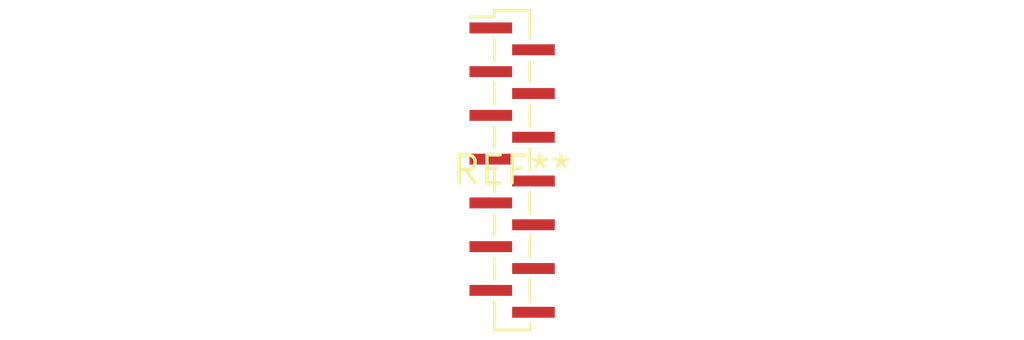
<source format=kicad_pcb>
(kicad_pcb (version 20240108) (generator pcbnew)
  (layers (0 "F.Cu" signal) (31 "B.Cu" signal) (34 "B.Paste" user) (35 "F.Paste" user) (36 "B.SilkS" user "B.Silkscreen") (37 "F.SilkS" user "F.Silkscreen") (38 "B.Mask" user) (39 "F.Mask" user) (44 "Edge.Cuts" user))
  (net 0 "")
  (footprint "PinSocket_1x14_P1.00mm_Vertical_SMD_Pin1Left" (layer "F.Cu") (at 0 0)
    (property "Reference" "REF**")
    (property "Value" "PinSocket_1x14_P1.00mm_Vertical_SMD_Pin1Left")
    (fp_line (start -1.89 -7.01) (end -0.81 -7.01) (layer "F.SilkS") (stroke (width 0.12)))
    (fp_line (start -0.81 -7.31) (end -0.81 -7.01) (layer "F.SilkS") (stroke (width 0.12)))
    (fp_line (start -0.81 -7.31) (end 0.81 -7.31) (layer "F.SilkS") (stroke (width 0.12)))
    (fp_line (start -0.81 -5.99) (end -0.81 -5.01) (layer "F.SilkS") (stroke (width 0.12)))
    (fp_line (start -0.81 -3.99) (end -0.81 -3.01) (layer "F.SilkS") (stroke (width 0.12)))
    (fp_line (start -0.81 -1.99) (end -0.81 -1.01) (layer "F.SilkS") (stroke (width 0.12)))
    (fp_line (start -0.81 0.01) (end -0.81 0.99) (layer "F.SilkS") (stroke (width 0.12)))
    (fp_line (start -0.81 2.01) (end -0.81 2.99) (layer "F.SilkS") (stroke (width 0.12)))
    (fp_line (start -0.81 4.01) (end -0.81 4.99) (layer "F.SilkS") (stroke (width 0.12)))
    (fp_line (start -0.81 6.01) (end -0.81 7.31) (layer "F.SilkS") (stroke (width 0.12)))
    (fp_line (start -0.81 7.31) (end 0.81 7.31) (layer "F.SilkS") (stroke (width 0.12)))
    (fp_line (start 0.81 -7.31) (end 0.81 -6.01) (layer "F.SilkS") (stroke (width 0.12)))
    (fp_line (start 0.81 -4.99) (end 0.81 -4.01) (layer "F.SilkS") (stroke (width 0.12)))
    (fp_line (start 0.81 -2.99) (end 0.81 -2.01) (layer "F.SilkS") (stroke (width 0.12)))
    (fp_line (start 0.81 -0.99) (end 0.81 -0.01) (layer "F.SilkS") (stroke (width 0.12)))
    (fp_line (start 0.81 1.01) (end 0.81 1.99) (layer "F.SilkS") (stroke (width 0.12)))
    (fp_line (start 0.81 3.01) (end 0.81 3.99) (layer "F.SilkS") (stroke (width 0.12)))
    (fp_line (start 0.81 5.01) (end 0.81 5.99) (layer "F.SilkS") (stroke (width 0.12)))
    (fp_line (start 0.81 7.01) (end 0.81 7.31) (layer "F.SilkS") (stroke (width 0.12)))
    (pad "1" smd rect (at -0.975 -6.5) (size 1.95 0.5) (layers "F.Cu" "F.Paste" "F.Mask"))
    (pad "2" smd rect (at 0.975 -5.5) (size 1.95 0.5) (layers "F.Cu" "F.Paste" "F.Mask"))
    (pad "3" smd rect (at -0.975 -4.5) (size 1.95 0.5) (layers "F.Cu" "F.Paste" "F.Mask"))
    (pad "4" smd rect (at 0.975 -3.5) (size 1.95 0.5) (layers "F.Cu" "F.Paste" "F.Mask"))
    (pad "5" smd rect (at -0.975 -2.5) (size 1.95 0.5) (layers "F.Cu" "F.Paste" "F.Mask"))
    (pad "6" smd rect (at 0.975 -1.5) (size 1.95 0.5) (layers "F.Cu" "F.Paste" "F.Mask"))
    (pad "7" smd rect (at -0.975 -0.5) (size 1.95 0.5) (layers "F.Cu" "F.Paste" "F.Mask"))
    (pad "8" smd rect (at 0.975 0.5) (size 1.95 0.5) (layers "F.Cu" "F.Paste" "F.Mask"))
    (pad "9" smd rect (at -0.975 1.5) (size 1.95 0.5) (layers "F.Cu" "F.Paste" "F.Mask"))
    (pad "10" smd rect (at 0.975 2.5) (size 1.95 0.5) (layers "F.Cu" "F.Paste" "F.Mask"))
    (pad "11" smd rect (at -0.975 3.5) (size 1.95 0.5) (layers "F.Cu" "F.Paste" "F.Mask"))
    (pad "12" smd rect (at 0.975 4.5) (size 1.95 0.5) (layers "F.Cu" "F.Paste" "F.Mask"))
    (pad "13" smd rect (at -0.975 5.5) (size 1.95 0.5) (layers "F.Cu" "F.Paste" "F.Mask"))
    (pad "14" smd rect (at 0.975 6.5) (size 1.95 0.5) (layers "F.Cu" "F.Paste" "F.Mask"))
  )
)
</source>
